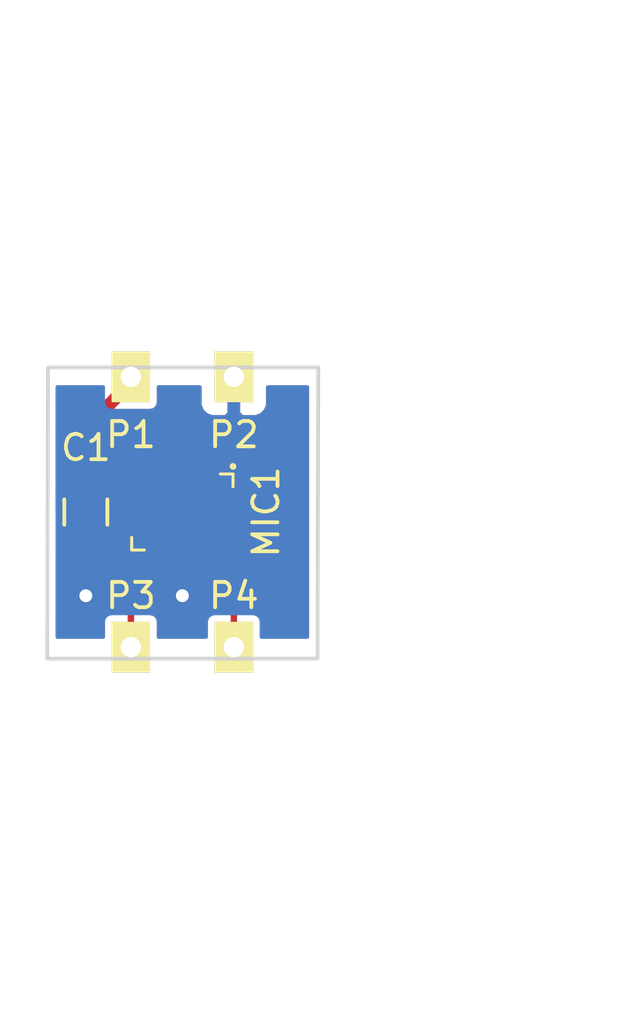
<source format=kicad_pcb>
(kicad_pcb (version 20171130) (host pcbnew "(5.1.12)-1")

  (general
    (thickness 1.6)
    (drawings 5)
    (tracks 34)
    (zones 0)
    (modules 6)
    (nets 5)
  )

  (page A4)
  (layers
    (0 F.Cu signal)
    (31 B.Cu signal)
    (32 B.Adhes user)
    (33 F.Adhes user)
    (34 B.Paste user)
    (35 F.Paste user)
    (36 B.SilkS user)
    (37 F.SilkS user)
    (38 B.Mask user)
    (39 F.Mask user)
    (40 Dwgs.User user)
    (41 Cmts.User user)
    (42 Eco1.User user)
    (43 Eco2.User user)
    (44 Edge.Cuts user)
    (45 Margin user)
    (46 B.CrtYd user)
    (47 F.CrtYd user)
    (48 B.Fab user)
    (49 F.Fab user)
  )

  (setup
    (last_trace_width 0.254)
    (trace_clearance 0.1524)
    (zone_clearance 0.2032)
    (zone_45_only no)
    (trace_min 0.1524)
    (via_size 0.6)
    (via_drill 0.4)
    (via_min_size 0.508)
    (via_min_drill 0.3556)
    (uvia_size 0.3)
    (uvia_drill 0.1)
    (uvias_allowed no)
    (uvia_min_size 0.2)
    (uvia_min_drill 0.1)
    (edge_width 0.15)
    (segment_width 0.2)
    (pcb_text_width 0.3)
    (pcb_text_size 1.5 1.5)
    (mod_edge_width 0.15)
    (mod_text_size 1 1)
    (mod_text_width 0.15)
    (pad_size 1.524 1.524)
    (pad_drill 0.762)
    (pad_to_mask_clearance 0.2)
    (aux_axis_origin 0 0)
    (grid_origin 29.718 39.116)
    (visible_elements 7FFFFFFF)
    (pcbplotparams
      (layerselection 0x00030_80000001)
      (usegerberextensions false)
      (usegerberattributes true)
      (usegerberadvancedattributes true)
      (creategerberjobfile true)
      (excludeedgelayer true)
      (linewidth 0.100000)
      (plotframeref false)
      (viasonmask false)
      (mode 1)
      (useauxorigin false)
      (hpglpennumber 1)
      (hpglpenspeed 20)
      (hpglpendiameter 15.000000)
      (psnegative false)
      (psa4output false)
      (plotreference true)
      (plotvalue true)
      (plotinvisibletext false)
      (padsonsilk false)
      (subtractmaskfromsilk false)
      (outputformat 1)
      (mirror false)
      (drillshape 1)
      (scaleselection 1)
      (outputdirectory ""))
  )

  (net 0 "")
  (net 1 DVDD)
  (net 2 DGND)
  (net 3 /OUT)
  (net 4 /CLK)

  (net_class Default "This is the default net class."
    (clearance 0.1524)
    (trace_width 0.254)
    (via_dia 0.6)
    (via_drill 0.4)
    (uvia_dia 0.3)
    (uvia_drill 0.1)
    (add_net /CLK)
    (add_net /OUT)
    (add_net DGND)
    (add_net DVDD)
  )

  (module mems_array:Castellated_Pad (layer F.Cu) (tedit 5675D613) (tstamp 5675D425)
    (at 37.084 39.116)
    (path /5675D2CA)
    (fp_text reference P4 (at 0 -2.032) (layer F.SilkS)
      (effects (font (size 1 1) (thickness 0.15)))
    )
    (fp_text value CASTELLATED_PAD (at 0 8.128 90) (layer F.Fab)
      (effects (font (size 1 1) (thickness 0.15)))
    )
    (pad 1 thru_hole rect (at 0 0) (size 1.524 2) (drill 0.8) (layers *.Cu *.Mask F.SilkS)
      (net 3 /OUT))
  )

  (module mems_array:Mic-MEMS_Top_8_pins (layer F.Cu) (tedit 5674752B) (tstamp 5675D411)
    (at 35.052 33.782 90)
    (path /5675C9FA)
    (fp_text reference MIC1 (at 0 3.302 270) (layer F.SilkS)
      (effects (font (size 1 1) (thickness 0.15)))
    )
    (fp_text value MEMS_MIC (at 0 6.35 270) (layer F.Fab)
      (effects (font (size 1 1) (thickness 0.15)))
    )
    (fp_line (start 1.5 2) (end 1.5 1.5) (layer F.SilkS) (width 0.12))
    (fp_line (start 1.5 2) (end 1 2) (layer F.SilkS) (width 0.12))
    (fp_line (start -1.5 -2) (end -1 -2) (layer F.SilkS) (width 0.12))
    (fp_line (start -1.5 -2) (end -1.5 -1.5) (layer F.SilkS) (width 0.12))
    (fp_circle (center 1.8 2) (end 1.85 2.05) (layer F.SilkS) (width 0.12))
    (fp_line (start -1.6 2.1) (end -1.6 -2.1) (layer F.CrtYd) (width 0.05))
    (fp_line (start 1.6 2.1) (end -1.6 2.1) (layer F.CrtYd) (width 0.05))
    (fp_line (start 1.6 -2.1) (end 1.6 2.1) (layer F.CrtYd) (width 0.05))
    (fp_line (start -1.6 -2.1) (end 1.6 -2.1) (layer F.CrtYd) (width 0.05))
    (pad 4 smd rect (at -0.425 0.675 90) (size 0.45 0.95) (layers F.Cu F.Paste F.Mask)
      (net 3 /OUT))
    (pad 3 smd rect (at -0.425 -0.675 90) (size 0.45 0.95) (layers F.Cu F.Paste F.Mask)
      (net 4 /CLK))
    (pad 2 smd rect (at 0.425 -0.675 90) (size 0.45 0.95) (layers F.Cu F.Paste F.Mask)
      (net 1 DVDD))
    (pad 1 smd rect (at 0.425 0.675 90) (size 0.45 0.95) (layers F.Cu F.Paste F.Mask)
      (net 1 DVDD))
    (pad 5 smd rect (at 1.225 0 90) (size 0.45 2.3) (layers F.Cu F.Paste F.Mask)
      (net 2 DGND))
    (pad 5 smd rect (at -1.275 0 90) (size 0.45 2.3) (layers F.Cu F.Paste F.Mask)
      (net 2 DGND))
    (pad 5 smd rect (at 0 1.775 90) (size 1.3 0.45) (layers F.Cu F.Paste F.Mask)
      (net 2 DGND))
    (pad 5 smd rect (at 0 -1.775 90) (size 1.3 0.45) (layers F.Cu F.Paste F.Mask)
      (net 2 DGND))
  )

  (module mems_array:Castellated_Pad (layer F.Cu) (tedit 5675D613) (tstamp 5675D416)
    (at 33.02 28.448)
    (path /5675D1D9)
    (fp_text reference P1 (at 0 2.286) (layer F.SilkS)
      (effects (font (size 1 1) (thickness 0.15)))
    )
    (fp_text value CASTELLATED_PAD (at 0 -8.128 90) (layer F.Fab)
      (effects (font (size 1 1) (thickness 0.15)))
    )
    (pad 1 thru_hole rect (at 0 0) (size 1.524 2) (drill 0.8) (layers *.Cu *.Mask F.SilkS)
      (net 1 DVDD))
  )

  (module mems_array:Castellated_Pad (layer F.Cu) (tedit 5675D613) (tstamp 5675D420)
    (at 33.02 39.116)
    (path /5675D2A7)
    (fp_text reference P3 (at 0 -2.032) (layer F.SilkS)
      (effects (font (size 1 1) (thickness 0.15)))
    )
    (fp_text value CASTELLATED_PAD (at 0 8.128 90) (layer F.Fab)
      (effects (font (size 1 1) (thickness 0.15)))
    )
    (pad 1 thru_hole rect (at 0 0) (size 1.524 2) (drill 0.8) (layers *.Cu *.Mask F.SilkS)
      (net 4 /CLK))
  )

  (module Capacitors_SMD:C_0805 (layer F.Cu) (tedit 5415D6EA) (tstamp 5675D405)
    (at 31.242 33.782 270)
    (descr "Capacitor SMD 0805, reflow soldering, AVX (see smccp.pdf)")
    (tags "capacitor 0805")
    (path /5675CA9B)
    (attr smd)
    (fp_text reference C1 (at -2.54 0) (layer F.SilkS)
      (effects (font (size 1 1) (thickness 0.15)))
    )
    (fp_text value 1uF (at 0 2.54 90) (layer F.Fab)
      (effects (font (size 1 1) (thickness 0.15)))
    )
    (fp_line (start -0.5 0.85) (end 0.5 0.85) (layer F.SilkS) (width 0.15))
    (fp_line (start 0.5 -0.85) (end -0.5 -0.85) (layer F.SilkS) (width 0.15))
    (fp_line (start 1.8 -1) (end 1.8 1) (layer F.CrtYd) (width 0.05))
    (fp_line (start -1.8 -1) (end -1.8 1) (layer F.CrtYd) (width 0.05))
    (fp_line (start -1.8 1) (end 1.8 1) (layer F.CrtYd) (width 0.05))
    (fp_line (start -1.8 -1) (end 1.8 -1) (layer F.CrtYd) (width 0.05))
    (pad 1 smd rect (at -1 0 270) (size 1 1.25) (layers F.Cu F.Paste F.Mask)
      (net 1 DVDD))
    (pad 2 smd rect (at 1 0 270) (size 1 1.25) (layers F.Cu F.Paste F.Mask)
      (net 2 DGND))
    (model Capacitors_SMD.3dshapes/C_0805.wrl
      (at (xyz 0 0 0))
      (scale (xyz 1 1 1))
      (rotate (xyz 0 0 0))
    )
  )

  (module mems_array:Castellated_Pad (layer F.Cu) (tedit 5675D613) (tstamp 5675D41B)
    (at 37.084 28.448)
    (path /5675D287)
    (fp_text reference P2 (at 0 2.286) (layer F.SilkS)
      (effects (font (size 1 1) (thickness 0.15)))
    )
    (fp_text value CASTELLATED_PAD (at 0 -8.128 90) (layer F.Fab)
      (effects (font (size 1 1) (thickness 0.15)))
    )
    (pad 1 thru_hole rect (at 0 0) (size 1.524 2) (drill 0.8) (layers *.Cu *.Mask F.SilkS)
      (net 2 DGND))
  )

  (dimension 10.668 (width 0.3) (layer F.Fab)
    (gr_text "10.668 mm" (at 49.61 33.782 270) (layer F.Fab)
      (effects (font (size 1.5 1.5) (thickness 0.3)))
    )
    (feature1 (pts (xy 40.386 39.116) (xy 50.96 39.116)))
    (feature2 (pts (xy 40.386 28.448) (xy 50.96 28.448)))
    (crossbar (pts (xy 48.26 28.448) (xy 48.26 39.116)))
    (arrow1a (pts (xy 48.26 39.116) (xy 47.673579 37.989496)))
    (arrow1b (pts (xy 48.26 39.116) (xy 48.846421 37.989496)))
    (arrow2a (pts (xy 48.26 28.448) (xy 47.673579 29.574504)))
    (arrow2b (pts (xy 48.26 28.448) (xy 48.846421 29.574504)))
  )
  (gr_line (start 29.74848 28.07716) (end 40.41648 28.07716) (layer Edge.Cuts) (width 0.15))
  (gr_line (start 40.386 39.56812) (end 29.718 39.56812) (layer Edge.Cuts) (width 0.15))
  (gr_line (start 29.718 39.56812) (end 29.74848 28.07716) (layer Edge.Cuts) (width 0.15))
  (gr_line (start 40.41648 28.07716) (end 40.386 39.56812) (layer Edge.Cuts) (width 0.15))

  (segment (start 31.242 30.464) (end 31.242 32.782) (width 0.508) (layer F.Cu) (net 1))
  (segment (start 33.02 28.448) (end 33.02 28.686) (width 0.508) (layer F.Cu) (net 1))
  (segment (start 33.02 28.686) (end 31.242 30.464) (width 0.508) (layer F.Cu) (net 1))
  (segment (start 33.274 32.512) (end 32.875 32.512) (width 0.254) (layer F.Cu) (net 1))
  (segment (start 32.875 32.512) (end 32.605 32.782) (width 0.254) (layer F.Cu) (net 1))
  (segment (start 32.605 32.782) (end 31.242 32.782) (width 0.254) (layer F.Cu) (net 1))
  (segment (start 33.274 32.512) (end 33.282 32.512) (width 0.1524) (layer F.Cu) (net 1))
  (segment (start 34.127 33.357) (end 33.909 33.139) (width 0.254) (layer F.Cu) (net 1))
  (segment (start 33.282 32.512) (end 33.909 33.139) (width 0.1524) (layer F.Cu) (net 1))
  (segment (start 34.377 33.357) (end 35.727 33.357) (width 0.254) (layer F.Cu) (net 1))
  (segment (start 34.377 33.357) (end 34.127 33.357) (width 0.254) (layer F.Cu) (net 1))
  (segment (start 31.242 37.084) (end 31.242 34.782) (width 0.254) (layer F.Cu) (net 2))
  (segment (start 35.052 37.084) (end 31.242 37.084) (width 0.254) (layer B.Cu) (net 2))
  (via (at 31.242 37.084) (size 0.762) (drill 0.508) (layers F.Cu B.Cu) (net 2))
  (segment (start 35.052 37.084) (end 35.052 35.057) (width 0.254) (layer F.Cu) (net 2))
  (segment (start 37.084 28.448) (end 37.084 35.052) (width 0.254) (layer B.Cu) (net 2))
  (segment (start 37.084 35.052) (end 35.052 37.084) (width 0.254) (layer B.Cu) (net 2))
  (via (at 35.052 37.084) (size 0.762) (drill 0.508) (layers F.Cu B.Cu) (net 2))
  (segment (start 37.084 28.448) (end 37.084 31.45) (width 0.254) (layer F.Cu) (net 2))
  (segment (start 37.084 31.45) (end 35.977 32.557) (width 0.254) (layer F.Cu) (net 2))
  (segment (start 35.977 32.557) (end 35.052 32.557) (width 0.254) (layer F.Cu) (net 2))
  (segment (start 33.277 34.207) (end 33.277 33.782) (width 0.254) (layer F.Cu) (net 2))
  (segment (start 36.83 35.052) (end 37.084 35.306) (width 0.254) (layer F.Cu) (net 3))
  (segment (start 37.084 35.306) (end 37.084 39.116) (width 0.254) (layer F.Cu) (net 3))
  (segment (start 35.727 34.207) (end 35.977 34.207) (width 0.254) (layer F.Cu) (net 3))
  (segment (start 36.83 35.052) (end 36.822 35.052) (width 0.1524) (layer F.Cu) (net 3))
  (segment (start 36.822 35.052) (end 36.314 34.544) (width 0.1524) (layer F.Cu) (net 3))
  (segment (start 35.977 34.207) (end 36.314 34.544) (width 0.254) (layer F.Cu) (net 3))
  (segment (start 33.401 34.925) (end 33.02 35.306) (width 0.254) (layer F.Cu) (net 4))
  (segment (start 33.02 35.306) (end 33.02 39.116) (width 0.254) (layer F.Cu) (net 4))
  (segment (start 34.377 34.207) (end 34.127 34.207) (width 0.254) (layer F.Cu) (net 4))
  (segment (start 33.401 34.925) (end 33.401 34.933) (width 0.1524) (layer F.Cu) (net 4))
  (segment (start 33.401 34.933) (end 33.782 34.552) (width 0.1524) (layer F.Cu) (net 4))
  (segment (start 34.127 34.207) (end 33.782 34.552) (width 0.254) (layer F.Cu) (net 4))

  (zone (net 2) (net_name DGND) (layer B.Cu) (tstamp 0) (hatch edge 0.508)
    (connect_pads (clearance 0.254))
    (min_thickness 0.1524)
    (fill yes (arc_segments 16) (thermal_gap 0.508) (thermal_bridge_width 0.508))
    (polygon
      (pts
        (xy 29.972 28.702) (xy 40.132 28.702) (xy 40.132 38.862) (xy 29.972 38.862)
      )
    )
    (filled_polygon
      (pts
        (xy 31.921331 29.448) (xy 31.944356 29.570365) (xy 32.016673 29.682749) (xy 32.127017 29.758144) (xy 32.258 29.784669)
        (xy 33.782 29.784669) (xy 33.904365 29.761644) (xy 34.016749 29.689327) (xy 34.092144 29.578983) (xy 34.118669 29.448)
        (xy 34.118669 28.8532) (xy 35.7378 28.8532) (xy 35.7378 29.564204) (xy 35.826739 29.778922) (xy 35.991077 29.943261)
        (xy 36.205795 30.0322) (xy 36.76015 30.0322) (xy 36.9062 29.88615) (xy 36.9062 28.8532) (xy 37.2618 28.8532)
        (xy 37.2618 29.88615) (xy 37.40785 30.0322) (xy 37.962205 30.0322) (xy 38.176923 29.943261) (xy 38.341261 29.778922)
        (xy 38.4302 29.564204) (xy 38.4302 28.8532) (xy 39.9808 28.8532) (xy 39.9808 38.7108) (xy 38.182669 38.7108)
        (xy 38.182669 38.116) (xy 38.159644 37.993635) (xy 38.087327 37.881251) (xy 37.976983 37.805856) (xy 37.846 37.779331)
        (xy 36.322 37.779331) (xy 36.199635 37.802356) (xy 36.087251 37.874673) (xy 36.011856 37.985017) (xy 35.985331 38.116)
        (xy 35.985331 38.7108) (xy 34.118669 38.7108) (xy 34.118669 38.116) (xy 34.095644 37.993635) (xy 34.023327 37.881251)
        (xy 33.912983 37.805856) (xy 33.782 37.779331) (xy 32.258 37.779331) (xy 32.135635 37.802356) (xy 32.023251 37.874673)
        (xy 31.947856 37.985017) (xy 31.921331 38.116) (xy 31.921331 38.7108) (xy 30.1232 38.7108) (xy 30.1232 28.8532)
        (xy 31.921331 28.8532)
      )
    )
  )
  (zone (net 2) (net_name DGND) (layer F.Cu) (tstamp 0) (hatch edge 0.508)
    (connect_pads (clearance 0.254))
    (min_thickness 0.1524)
    (fill yes (arc_segments 16) (thermal_gap 0.508) (thermal_bridge_width 0.508))
    (polygon
      (pts
        (xy 29.972 28.702) (xy 40.132 28.702) (xy 40.132 38.862) (xy 29.972 38.862)
      )
    )
    (filled_polygon
      (pts
        (xy 35.7378 29.564204) (xy 35.826739 29.778922) (xy 35.991077 29.943261) (xy 36.205795 30.0322) (xy 36.76015 30.0322)
        (xy 36.9062 29.88615) (xy 36.9062 28.8532) (xy 37.2618 28.8532) (xy 37.2618 29.88615) (xy 37.40785 30.0322)
        (xy 37.962205 30.0322) (xy 38.176923 29.943261) (xy 38.341261 29.778922) (xy 38.4302 29.564204) (xy 38.4302 28.8532)
        (xy 39.9808 28.8532) (xy 39.9808 38.7108) (xy 38.182669 38.7108) (xy 38.182669 38.116) (xy 38.159644 37.993635)
        (xy 38.087327 37.881251) (xy 37.976983 37.805856) (xy 37.846 37.779331) (xy 37.5412 37.779331) (xy 37.5412 35.306)
        (xy 37.506398 35.131037) (xy 37.407289 34.982711) (xy 37.360943 34.936365) (xy 37.382922 34.927261) (xy 37.547261 34.762923)
        (xy 37.6362 34.548205) (xy 37.6362 34.10585) (xy 37.49015 33.9598) (xy 36.9395 33.9598) (xy 36.9395 33.9798)
        (xy 36.7145 33.9798) (xy 36.7145 33.9598) (xy 36.6292 33.9598) (xy 36.6292 33.6042) (xy 36.7145 33.6042)
        (xy 36.7145 33.071304) (xy 36.7862 32.898205) (xy 36.7862 32.81555) (xy 36.7145 32.74385) (xy 36.7145 32.69385)
        (xy 36.9395 32.69385) (xy 36.9395 33.6042) (xy 37.49015 33.6042) (xy 37.6362 33.45815) (xy 37.6362 33.015795)
        (xy 37.547261 32.801077) (xy 37.382922 32.636739) (xy 37.168204 32.5478) (xy 37.08555 32.5478) (xy 36.9395 32.69385)
        (xy 36.7145 32.69385) (xy 36.56845 32.5478) (xy 36.485796 32.5478) (xy 36.271078 32.636739) (xy 36.238317 32.6695)
        (xy 35.2298 32.6695) (xy 35.2298 32.7548) (xy 34.8742 32.7548) (xy 34.8742 32.6695) (xy 34.8542 32.6695)
        (xy 34.8542 32.4445) (xy 34.8742 32.4445) (xy 34.8742 31.89385) (xy 35.2298 31.89385) (xy 35.2298 32.4445)
        (xy 36.64015 32.4445) (xy 36.7862 32.29845) (xy 36.7862 32.215795) (xy 36.697261 32.001077) (xy 36.532922 31.836739)
        (xy 36.318204 31.7478) (xy 35.37585 31.7478) (xy 35.2298 31.89385) (xy 34.8742 31.89385) (xy 34.72815 31.7478)
        (xy 33.785796 31.7478) (xy 33.571078 31.836739) (xy 33.406739 32.001077) (xy 33.376076 32.075104) (xy 33.274 32.0548)
        (xy 32.875 32.0548) (xy 32.700037 32.089602) (xy 32.551711 32.188711) (xy 32.415622 32.3248) (xy 32.203669 32.3248)
        (xy 32.203669 32.282) (xy 32.180644 32.159635) (xy 32.108327 32.047251) (xy 31.997983 31.971856) (xy 31.867 31.945331)
        (xy 31.8262 31.945331) (xy 31.8262 30.705984) (xy 32.747515 29.784669) (xy 33.782 29.784669) (xy 33.904365 29.761644)
        (xy 34.016749 29.689327) (xy 34.092144 29.578983) (xy 34.118669 29.448) (xy 34.118669 28.8532) (xy 35.7378 28.8532)
      )
    )
    (filled_polygon
      (pts
        (xy 35.2298 34.9445) (xy 35.2498 34.9445) (xy 35.2498 35.1695) (xy 35.2298 35.1695) (xy 35.2298 35.72015)
        (xy 35.37585 35.8662) (xy 36.318204 35.8662) (xy 36.532922 35.777261) (xy 36.6268 35.683384) (xy 36.6268 37.779331)
        (xy 36.322 37.779331) (xy 36.199635 37.802356) (xy 36.087251 37.874673) (xy 36.011856 37.985017) (xy 35.985331 38.116)
        (xy 35.985331 38.7108) (xy 34.118669 38.7108) (xy 34.118669 38.116) (xy 34.095644 37.993635) (xy 34.023327 37.881251)
        (xy 33.912983 37.805856) (xy 33.782 37.779331) (xy 33.4772 37.779331) (xy 33.4772 35.683384) (xy 33.571078 35.777261)
        (xy 33.785796 35.8662) (xy 34.72815 35.8662) (xy 34.8742 35.72015) (xy 34.8742 35.1695) (xy 34.8542 35.1695)
        (xy 34.8542 34.9445) (xy 34.8742 34.9445) (xy 34.8742 34.8592) (xy 35.2298 34.8592)
      )
    )
    (filled_polygon
      (pts
        (xy 31.921331 28.958485) (xy 30.828908 30.050908) (xy 30.70227 30.240436) (xy 30.6578 30.464) (xy 30.6578 31.945331)
        (xy 30.617 31.945331) (xy 30.494635 31.968356) (xy 30.382251 32.040673) (xy 30.306856 32.151017) (xy 30.280331 32.282)
        (xy 30.280331 33.282) (xy 30.303356 33.404365) (xy 30.375673 33.516749) (xy 30.486017 33.592144) (xy 30.617 33.618669)
        (xy 31.867 33.618669) (xy 31.989365 33.595644) (xy 32.101749 33.523327) (xy 32.177144 33.412983) (xy 32.203669 33.282)
        (xy 32.203669 33.2392) (xy 32.4678 33.2392) (xy 32.4678 33.45815) (xy 32.61385 33.6042) (xy 33.1645 33.6042)
        (xy 33.1645 33.5842) (xy 33.3895 33.5842) (xy 33.3895 33.6042) (xy 33.4748 33.6042) (xy 33.4748 33.9598)
        (xy 33.3895 33.9598) (xy 33.3895 33.9798) (xy 33.1645 33.9798) (xy 33.1645 33.9598) (xy 32.61385 33.9598)
        (xy 32.4678 34.10585) (xy 32.4678 34.548205) (xy 32.556739 34.762923) (xy 32.721078 34.927261) (xy 32.743057 34.936365)
        (xy 32.696711 34.982711) (xy 32.597602 35.131037) (xy 32.5628 35.306) (xy 32.5628 37.779331) (xy 32.258 37.779331)
        (xy 32.135635 37.802356) (xy 32.023251 37.874673) (xy 31.947856 37.985017) (xy 31.921331 38.116) (xy 31.921331 38.7108)
        (xy 30.1232 38.7108) (xy 30.1232 35.614384) (xy 30.286078 35.777261) (xy 30.500796 35.8662) (xy 30.91815 35.8662)
        (xy 31.0642 35.72015) (xy 31.0642 34.9598) (xy 31.4198 34.9598) (xy 31.4198 35.72015) (xy 31.56585 35.8662)
        (xy 31.983204 35.8662) (xy 32.197922 35.777261) (xy 32.362261 35.612923) (xy 32.4512 35.398205) (xy 32.4512 35.10585)
        (xy 32.30515 34.9598) (xy 31.4198 34.9598) (xy 31.0642 34.9598) (xy 31.0442 34.9598) (xy 31.0442 34.6042)
        (xy 31.0642 34.6042) (xy 31.0642 33.84385) (xy 31.4198 33.84385) (xy 31.4198 34.6042) (xy 32.30515 34.6042)
        (xy 32.4512 34.45815) (xy 32.4512 34.165795) (xy 32.362261 33.951077) (xy 32.197922 33.786739) (xy 31.983204 33.6978)
        (xy 31.56585 33.6978) (xy 31.4198 33.84385) (xy 31.0642 33.84385) (xy 30.91815 33.6978) (xy 30.500796 33.6978)
        (xy 30.286078 33.786739) (xy 30.1232 33.949616) (xy 30.1232 28.8532) (xy 31.921331 28.8532)
      )
    )
  )
)

</source>
